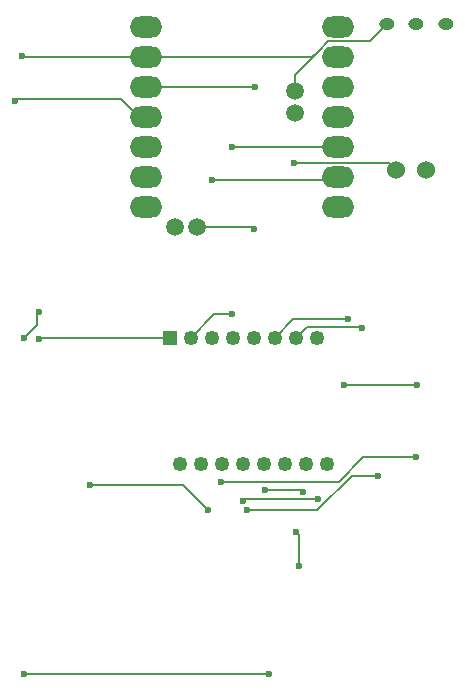
<source format=gbr>
%TF.GenerationSoftware,KiCad,Pcbnew,8.0.7*%
%TF.CreationDate,2025-02-05T17:19:28+09:00*%
%TF.ProjectId,coolpad002,636f6f6c-7061-4643-9030-322e6b696361,rev?*%
%TF.SameCoordinates,Original*%
%TF.FileFunction,Copper,L1,Top*%
%TF.FilePolarity,Positive*%
%FSLAX46Y46*%
G04 Gerber Fmt 4.6, Leading zero omitted, Abs format (unit mm)*
G04 Created by KiCad (PCBNEW 8.0.7) date 2025-02-05 17:19:28*
%MOMM*%
%LPD*%
G01*
G04 APERTURE LIST*
G04 Aperture macros list*
%AMRoundRect*
0 Rectangle with rounded corners*
0 $1 Rounding radius*
0 $2 $3 $4 $5 $6 $7 $8 $9 X,Y pos of 4 corners*
0 Add a 4 corners polygon primitive as box body*
4,1,4,$2,$3,$4,$5,$6,$7,$8,$9,$2,$3,0*
0 Add four circle primitives for the rounded corners*
1,1,$1+$1,$2,$3*
1,1,$1+$1,$4,$5*
1,1,$1+$1,$6,$7*
1,1,$1+$1,$8,$9*
0 Add four rect primitives between the rounded corners*
20,1,$1+$1,$2,$3,$4,$5,0*
20,1,$1+$1,$4,$5,$6,$7,0*
20,1,$1+$1,$6,$7,$8,$9,0*
20,1,$1+$1,$8,$9,$2,$3,0*%
G04 Aperture macros list end*
%TA.AperFunction,ComponentPad*%
%ADD10O,1.300000X1.000000*%
%TD*%
%TA.AperFunction,ComponentPad*%
%ADD11C,1.524000*%
%TD*%
%TA.AperFunction,ComponentPad*%
%ADD12O,2.750000X1.800000*%
%TD*%
%TA.AperFunction,ComponentPad*%
%ADD13C,1.500000*%
%TD*%
%TA.AperFunction,ComponentPad*%
%ADD14RoundRect,0.187500X-0.437500X-0.437500X0.437500X-0.437500X0.437500X0.437500X-0.437500X0.437500X0*%
%TD*%
%TA.AperFunction,ComponentPad*%
%ADD15O,1.250000X1.250000*%
%TD*%
%TA.AperFunction,ViaPad*%
%ADD16C,0.600000*%
%TD*%
%TA.AperFunction,Conductor*%
%ADD17C,0.200000*%
%TD*%
G04 APERTURE END LIST*
D10*
%TO.P,SW1,1,A*%
%TO.N,GND*%
X149750000Y-2554000D03*
%TO.P,SW1,2,B*%
%TO.N,Net-(BT1--)*%
X152250000Y-2554000D03*
%TO.P,SW1,3,C*%
%TO.N,unconnected-(SW1-C-Pad3)*%
X154750000Y-2554000D03*
%TD*%
D11*
%TO.P,BT1,1,+*%
%TO.N,Bat*%
X150530000Y-14870000D03*
%TO.P,BT1,2,-*%
%TO.N,Net-(BT1--)*%
X153070000Y-14870000D03*
%TD*%
D12*
%TO.P,U3,1,P0.02_A0_D0*%
%TO.N,MOTION*%
X145610000Y-2774000D03*
%TO.P,U3,2,P0.03_A1_D1*%
%TO.N,Row0*%
X145610000Y-5314000D03*
%TO.P,U3,3,P0.28_A2_D2*%
%TO.N,Row1*%
X145610000Y-7854000D03*
%TO.P,U3,4,P0.29_A3_D3*%
%TO.N,Row2*%
X145610000Y-10394000D03*
%TO.P,U3,5,P0.04_A4_D4_SDA*%
%TO.N,SDIO*%
X145610000Y-12934000D03*
%TO.P,U3,6,P0.05_A5_D5_SCL*%
%TO.N,SCLK*%
X145610000Y-15474000D03*
%TO.P,U3,7,P1.11_D6_TX*%
%TO.N,Row3*%
X145610000Y-18014000D03*
%TO.P,U3,8,P1.12_D7_RX*%
%TO.N,Col3*%
X129370000Y-18014000D03*
%TO.P,U3,9,P1.13_D8_SCK*%
%TO.N,Col2*%
X129370000Y-15474000D03*
%TO.P,U3,10,P1.14_D9_MISO*%
%TO.N,Col1*%
X129370000Y-12934000D03*
%TO.P,U3,11,P1.15_D10_MOSI*%
%TO.N,Col0*%
X129370000Y-10394000D03*
%TO.P,U3,12,3V3*%
%TO.N,VCC3.3*%
X129370000Y-7854000D03*
%TO.P,U3,13,GND*%
%TO.N,GND*%
X129370000Y-5314000D03*
%TO.P,U3,14,5V*%
%TO.N,VCC*%
X129370000Y-2774000D03*
D13*
%TO.P,U3,15,NFC1_0.09*%
%TO.N,NCS*%
X133654600Y-19706000D03*
%TO.P,U3,16,NFC2_0.10*%
%TO.N,Col4*%
X131775000Y-19706000D03*
%TO.P,U3,20,BATT+*%
%TO.N,Bat*%
X141935000Y-10077000D03*
%TO.P,U3,21,BATT-*%
%TO.N,GND*%
X141935000Y-8172000D03*
%TD*%
D14*
%TO.P,U2,1,+VCSEL*%
%TO.N,Net-(U2-+VCSEL)*%
X131352893Y-29057107D03*
D15*
%TO.P,U2,2,SDIO*%
%TO.N,SDIO*%
X133132893Y-29057107D03*
%TO.P,U2,3,SCLK*%
%TO.N,SCLK*%
X134912893Y-29057107D03*
%TO.P,U2,4,NC*%
%TO.N,unconnected-(U2-NC-Pad4)*%
X136692893Y-29057107D03*
%TO.P,U2,5,NCS*%
%TO.N,NCS*%
X138472893Y-29057107D03*
%TO.P,U2,6,VDDIO*%
%TO.N,VCC3.3*%
X140252893Y-29057107D03*
%TO.P,U2,7,NRESET*%
%TO.N,Net-(U2-NRESET)*%
X142032893Y-29057107D03*
%TO.P,U2,8,MOTION*%
%TO.N,MOTION*%
X143812893Y-29057107D03*
%TO.P,U2,9,VCP*%
%TO.N,Net-(U2-VCP)*%
X144702893Y-39757107D03*
%TO.P,U2,10,PASS_T*%
%TO.N,Net-(U2-+VCSEL)*%
X142922893Y-39757107D03*
%TO.P,U2,11,GND*%
%TO.N,GND*%
X141142893Y-39757107D03*
%TO.P,U2,12,CP*%
%TO.N,Net-(U2-CP)*%
X139362893Y-39757107D03*
%TO.P,U2,13,CN*%
%TO.N,Net-(U2-CN)*%
X137582893Y-39757107D03*
%TO.P,U2,14,VDD*%
%TO.N,+1V9*%
X135802893Y-39757107D03*
%TO.P,U2,15,XYLASER*%
%TO.N,Net-(U2--VCSEL)*%
X134022893Y-39757107D03*
%TO.P,U2,16,-VCSEL*%
X132242893Y-39757107D03*
%TD*%
D16*
%TO.N,GND*%
X118830000Y-5250000D03*
%TO.N,+1V9*%
X152210000Y-39200000D03*
X135715000Y-41285000D03*
%TO.N,Net-(U2-+VCSEL)*%
X142300000Y-48400000D03*
X120300000Y-29160000D03*
X142050000Y-45540398D03*
%TO.N,Net-(U2-CP)*%
X139460000Y-42010000D03*
X142650000Y-42120000D03*
%TO.N,Net-(U2-CN)*%
X137530000Y-42870000D03*
X143910000Y-42720000D03*
%TO.N,Net-(U2-VCP)*%
X152260000Y-33060000D03*
X146152093Y-33040000D03*
%TO.N,Net-(U2-NRESET)*%
X147600000Y-28280000D03*
%TO.N,SCLK*%
X134940000Y-15710000D03*
%TO.N,SDIO*%
X136640000Y-27080000D03*
X136640000Y-12950000D03*
%TO.N,NCS*%
X138510000Y-19870000D03*
%TO.N,Col0*%
X118230000Y-9000000D03*
%TO.N,VCC3.3*%
X146470000Y-27532107D03*
X149020000Y-40790000D03*
X138570000Y-7860000D03*
X137870000Y-43680000D03*
X124580000Y-41540000D03*
X134640000Y-43670000D03*
%TO.N,Col1*%
X119020000Y-29110000D03*
X139800000Y-57540000D03*
X120270000Y-26910000D03*
X119030000Y-57510000D03*
%TO.N,Bat*%
X141890000Y-14280000D03*
%TD*%
D17*
%TO.N,GND*%
X138760000Y-5314000D02*
X129870000Y-5314000D01*
X138760000Y-5314000D02*
X143437944Y-5314000D01*
X143970972Y-4780972D02*
X144777944Y-3974000D01*
X141935000Y-6816944D02*
X143970972Y-4780972D01*
X148330000Y-3974000D02*
X149750000Y-2554000D01*
X143437944Y-5314000D02*
X143970972Y-4780972D01*
X141935000Y-8172000D02*
X141935000Y-6816944D01*
X144777944Y-3974000D02*
X148330000Y-3974000D01*
X118894000Y-5314000D02*
X118830000Y-5250000D01*
X129870000Y-5314000D02*
X118894000Y-5314000D01*
%TO.N,+1V9*%
X147760000Y-39200000D02*
X152210000Y-39200000D01*
X145675000Y-41285000D02*
X147760000Y-39200000D01*
X135715000Y-41285000D02*
X145675000Y-41285000D01*
%TO.N,Net-(U2-+VCSEL)*%
X142300000Y-48400000D02*
X142300000Y-45790398D01*
X142300000Y-45790398D02*
X142050000Y-45540398D01*
X131352893Y-29057107D02*
X120402893Y-29057107D01*
X120402893Y-29057107D02*
X120300000Y-29160000D01*
%TO.N,Net-(U2-CP)*%
X142540000Y-42010000D02*
X142650000Y-42120000D01*
X139460000Y-42010000D02*
X142540000Y-42010000D01*
%TO.N,Net-(U2-CN)*%
X137680000Y-42720000D02*
X137530000Y-42870000D01*
X143910000Y-42720000D02*
X137680000Y-42720000D01*
%TO.N,Net-(U2-VCP)*%
X152260000Y-33060000D02*
X146172093Y-33060000D01*
X146172093Y-33060000D02*
X146152093Y-33040000D01*
%TO.N,Net-(U2-NRESET)*%
X142957893Y-28132107D02*
X142032893Y-29057107D01*
X147600000Y-28280000D02*
X147452107Y-28132107D01*
X147452107Y-28132107D02*
X142957893Y-28132107D01*
%TO.N,SCLK*%
X144874000Y-15710000D02*
X145110000Y-15474000D01*
X134940000Y-15710000D02*
X144874000Y-15710000D01*
%TO.N,SDIO*%
X136640000Y-12950000D02*
X145094000Y-12950000D01*
X145094000Y-12950000D02*
X145110000Y-12934000D01*
X135110000Y-27080000D02*
X136640000Y-27080000D01*
X133132893Y-29057107D02*
X135110000Y-27080000D01*
%TO.N,NCS*%
X138510000Y-19870000D02*
X138346000Y-19706000D01*
X138346000Y-19706000D02*
X133654600Y-19706000D01*
%TO.N,Col0*%
X129870000Y-10394000D02*
X128764000Y-10394000D01*
X127232321Y-8862321D02*
X118367679Y-8862321D01*
X128764000Y-10394000D02*
X127232321Y-8862321D01*
X118367679Y-8862321D02*
X118230000Y-9000000D01*
%TO.N,VCC3.3*%
X149020000Y-40790000D02*
X146980000Y-40790000D01*
X129876000Y-7860000D02*
X129870000Y-7854000D01*
X124580000Y-41540000D02*
X132510000Y-41540000D01*
X141777893Y-27532107D02*
X146470000Y-27532107D01*
X138570000Y-7860000D02*
X129876000Y-7860000D01*
X143870000Y-43680000D02*
X137870000Y-43680000D01*
X146980000Y-40790000D02*
X146760000Y-40790000D01*
X146760000Y-40790000D02*
X143870000Y-43680000D01*
X132510000Y-41540000D02*
X134640000Y-43670000D01*
X140252893Y-29057107D02*
X141777893Y-27532107D01*
%TO.N,Col1*%
X119030000Y-57510000D02*
X139770000Y-57510000D01*
X120150000Y-27030000D02*
X120150000Y-27980000D01*
X120150000Y-27980000D02*
X119020000Y-29110000D01*
X139770000Y-57510000D02*
X139800000Y-57540000D01*
X120270000Y-26910000D02*
X120150000Y-27030000D01*
%TO.N,Bat*%
X141896000Y-14274000D02*
X141890000Y-14280000D01*
X149934000Y-14274000D02*
X141896000Y-14274000D01*
X150530000Y-14870000D02*
X149934000Y-14274000D01*
%TD*%
M02*

</source>
